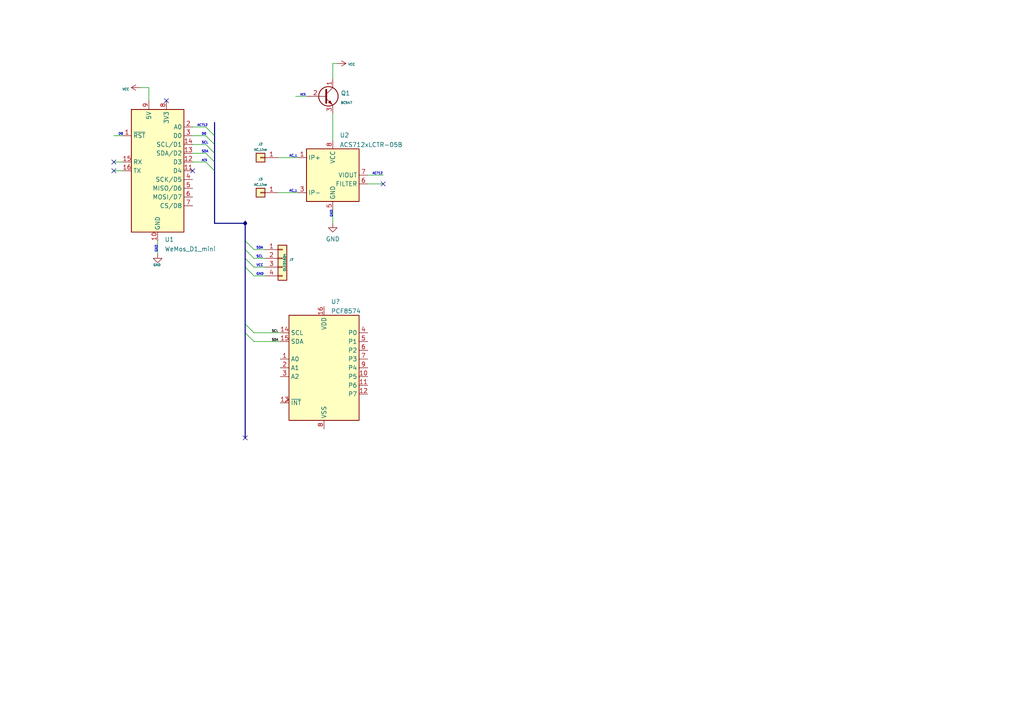
<source format=kicad_sch>
(kicad_sch (version 20211123) (generator eeschema)
  (paper "A4")
  (title_block (title "ACS712 stroom meter") (date "2022-12-06"))
  (lib_symbols
    (symbol "Connector_Generic:Conn_01x01" (pin_names (offset 1.016) hide)
      (property "Reference" "J" (at 0 2.54 0))
      (property "Value" "Conn_01x01" (at 0 -2.54 0))
      (symbol "Conn_01x01_1_1"
        (rectangle (start -1.27 0.127) (end 0 -0.127) (stroke (width 0.1524)))
        (rectangle (start -1.27 1.27) (end 1.27 -1.27) (stroke (width 0.254)) (fill (type background)))
        (pin passive line (at -5.08 0 0) (length 3.81) (name "Pin_1") (number "1"))
      )
    )
    (symbol "Connector_Generic:Conn_01x04" (pin_names (offset 1.016) hide)
      (property "Reference" "J" (at 0 5.08 0))
      (property "Value" "Conn_01x04" (at 0 -7.62 0))
      (symbol "Conn_01x04_1_1"
        (rectangle (start -1.27 -4.953) (end 0 -5.207) (stroke (width 0.1524)))
        (rectangle (start -1.27 -2.413) (end 0 -2.667) (stroke (width 0.1524)))
        (rectangle (start -1.27 0.127) (end 0 -0.127) (stroke (width 0.1524)))
        (rectangle (start -1.27 2.667) (end 0 2.413) (stroke (width 0.1524)))
        (rectangle (start -1.27 3.81) (end 1.27 -6.35) (stroke (width 0.254)) (fill (type background)))
        (pin passive line (at -5.08 2.54 0) (length 3.81) (name "Pin_1") (number "1"))
        (pin passive line (at -5.08 0 0) (length 3.81) (name "Pin_2") (number "2"))
        (pin passive line (at -5.08 -2.54 0) (length 3.81) (name "Pin_3") (number "3"))
        (pin passive line (at -5.08 -5.08 0) (length 3.81) (name "Pin_4") (number "4"))
      )
    )
    (symbol "Interface_Expansion:PCF8574"
      (property "Reference" "U" (at -8.89 16.51 0))
      (property "Value" "PCF8574" (at 2.54 16.51 0))
      (symbol "PCF8574_0_1"
        (rectangle (start -10.16 15.24) (end 10.16 -15.24) (stroke (width 0.254)) (fill (type background)))
      )
      (symbol "PCF8574_1_1"
        (pin input line (at -12.7 2.54 0) (length 2.54) (name "A0") (number "1"))
        (pin bidirectional line (at 12.7 -2.54 180) (length 2.54) (name "P5") (number "10"))
        (pin bidirectional line (at 12.7 -5.08 180) (length 2.54) (name "P6") (number "11"))
        (pin bidirectional line (at 12.7 -7.62 180) (length 2.54) (name "P7") (number "12"))
        (pin open_collector output_low (at -12.7 -10.16 0) (length 2.54) (name "~{INT}") (number "13"))
        (pin input line (at -12.7 10.16 0) (length 2.54) (name "SCL") (number "14"))
        (pin bidirectional line (at -12.7 7.62 0) (length 2.54) (name "SDA") (number "15"))
        (pin power_in line (at 0 17.78 270) (length 2.54) (name "VDD") (number "16"))
        (pin input line (at -12.7 0 0) (length 2.54) (name "A1") (number "2"))
        (pin input line (at -12.7 -2.54 0) (length 2.54) (name "A2") (number "3"))
        (pin bidirectional line (at 12.7 10.16 180) (length 2.54) (name "P0") (number "4"))
        (pin bidirectional line (at 12.7 7.62 180) (length 2.54) (name "P1") (number "5"))
        (pin bidirectional line (at 12.7 5.08 180) (length 2.54) (name "P2") (number "6"))
        (pin bidirectional line (at 12.7 2.54 180) (length 2.54) (name "P3") (number "7"))
        (pin power_in line (at 0 -17.78 90) (length 2.54) (name "VSS") (number "8"))
        (pin bidirectional line (at 12.7 0 180) (length 2.54) (name "P4") (number "9"))
      )
    )
    (symbol "MCU_Module:WeMos_D1_mini"
      (property "Reference" "U" (at 3.81 19.05 0))
      (property "Value" "WeMos_D1_mini" (at 1.27 -19.05 0))
      (symbol "WeMos_D1_mini_1_1"
        (rectangle (start -7.62 17.78) (end 7.62 -17.78) (stroke (width 0.254)) (fill (type background)))
        (pin input line (at -10.16 10.16 0) (length 2.54) (name "~{RST}") (number "1"))
        (pin power_in line (at 0 -20.32 90) (length 2.54) (name "GND") (number "10"))
        (pin bidirectional line (at 10.16 0 180) (length 2.54) (name "D4") (number "11"))
        (pin bidirectional line (at 10.16 2.54 180) (length 2.54) (name "D3") (number "12"))
        (pin bidirectional line (at 10.16 5.08 180) (length 2.54) (name "SDA/D2") (number "13"))
        (pin bidirectional line (at 10.16 7.62 180) (length 2.54) (name "SCL/D1") (number "14"))
        (pin input line (at -10.16 2.54 0) (length 2.54) (name "RX") (number "15"))
        (pin output line (at -10.16 0 0) (length 2.54) (name "TX") (number "16"))
        (pin input line (at 10.16 12.7 180) (length 2.54) (name "A0") (number "2"))
        (pin bidirectional line (at 10.16 10.16 180) (length 2.54) (name "D0") (number "3"))
        (pin bidirectional line (at 10.16 -2.54 180) (length 2.54) (name "SCK/D5") (number "4"))
        (pin bidirectional line (at 10.16 -5.08 180) (length 2.54) (name "MISO/D6") (number "5"))
        (pin bidirectional line (at 10.16 -7.62 180) (length 2.54) (name "MOSI/D7") (number "6"))
        (pin bidirectional line (at 10.16 -10.16 180) (length 2.54) (name "CS/D8") (number "7"))
        (pin power_out line (at 2.54 20.32 270) (length 2.54) (name "3V3") (number "8"))
        (pin power_in line (at -2.54 20.32 270) (length 2.54) (name "5V") (number "9"))
      )
    )
    (symbol "Sensor_Current:ACS712xLCTR-05B"
      (property "Reference" "U" (at 2.54 11.43 0))
      (property "Value" "ACS712xLCTR-05B" (at 2.54 8.89 0))
      (symbol "ACS712xLCTR-05B_0_1"
        (rectangle (start -7.62 7.62) (end 7.62 -7.62) (stroke (width 0.254)) (fill (type background)))
      )
      (symbol "ACS712xLCTR-05B_1_1"
        (pin passive line (at -10.16 5.08 0) (length 2.54) (name "IP+") (number "1"))
        (pin passive line (at -10.16 5.08 0) (length 2.54) hide (name "IP+") (number "2"))
        (pin passive line (at -10.16 -5.08 0) (length 2.54) (name "IP-") (number "3"))
        (pin passive line (at -10.16 -5.08 0) (length 2.54) hide (name "IP-") (number "4"))
        (pin power_in line (at 0 -10.16 90) (length 2.54) (name "GND") (number "5"))
        (pin passive line (at 10.16 -2.54 180) (length 2.54) (name "FILTER") (number "6"))
        (pin output line (at 10.16 0 180) (length 2.54) (name "VIOUT") (number "7"))
        (pin power_in line (at 0 10.16 270) (length 2.54) (name "VCC") (number "8"))
      )
    )
    (symbol "Transistor_BJT:BC547" (pin_names (offset 0) hide)
      (property "Reference" "Q" (at 5.08 1.905 0))
      (property "Value" "BC547" (at 5.08 0 0))
      (symbol "BC547_0_1"
        (polyline (pts (xy 0 0) (xy 0.635 0)))
        (polyline (pts (xy 0.635 0.635) (xy 2.54 2.54)))
        (polyline (pts (xy 0.635 -0.635) (xy 2.54 -2.54) (xy 2.54 -2.54)))
        (polyline (pts (xy 0.635 1.905) (xy 0.635 -1.905) (xy 0.635 -1.905)) (stroke (width 0.508)))
        (polyline (pts (xy 1.27 -1.778) (xy 1.778 -1.27) (xy 2.286 -2.286) (xy 1.27 -1.778) (xy 1.27 -1.778)) (fill (type outline)))
        (circle (center 1.27 0) (radius 2.8194) (stroke (width 0.254)))
      )
      (symbol "BC547_1_1"
        (pin passive line (at 2.54 5.08 270) (length 2.54) (name "C") (number "1"))
        (pin input line (at -5.08 0 0) (length 5.08) (name "B") (number "2"))
        (pin passive line (at 2.54 -5.08 90) (length 2.54) (name "E") (number "3"))
      )
    )
    (symbol "power:GND" (power) (pin_names (offset 0))
      (property "Value" "GND" (at 0 -3.81 0))
      (symbol "GND_0_1"
        (polyline (pts (xy 0 0) (xy 0 -1.27) (xy 1.27 -1.27) (xy 0 -2.54) (xy -1.27 -1.27) (xy 0 -1.27)))
      )
      (symbol "GND_1_1"
        (pin power_in line (at 0 0 270) (length 0) hide (name "GND") (number "1"))
      )
    )
    (symbol "power:VCC" (power) (pin_names (offset 0))
      (property "Value" "VCC" (at 0 3.81 0))
      (symbol "VCC_0_1"
        (polyline (pts (xy -0.762 1.27) (xy 0 2.54)))
        (polyline (pts (xy 0 0) (xy 0 2.54)))
        (polyline (pts (xy 0 2.54) (xy 0.762 1.27)))
      )
      (symbol "VCC_1_1"
        (pin power_in line (at 0 0 90) (length 0) hide (name "VCC") (number "1"))
      )
    )
  )
  (junction (at 71.12 64.77))
  (no_connect (at 33.02 49.53))
  (no_connect (at 33.02 46.99))
  (no_connect (at 55.88 49.53))
  (no_connect (at 71.12 127))
  (no_connect (at 48.26 29.21))
  (no_connect (at 111.125 53.34))
  (bus_entry (at 59.69 44.45) (size 2.54 2.54))
  (bus_entry (at 59.69 41.91) (size 2.54 2.54))
  (bus_entry (at 71.12 93.98) (size 2.54 2.54))
  (bus_entry (at 59.69 36.83) (size 2.54 2.54))
  (bus_entry (at 71.12 96.52) (size 2.54 2.54))
  (bus_entry (at 59.69 46.99) (size 2.54 2.54))
  (bus_entry (at 59.69 39.37) (size 2.54 2.54))
  (bus_entry (at 71.12 77.47) (size 2.54 2.54))
  (bus_entry (at 71.12 74.93) (size 2.54 2.54))
  (bus_entry (at 71.12 69.85) (size 2.54 2.54))
  (bus_entry (at 71.12 72.39) (size 2.54 2.54))
  (wire (pts (xy 85.725 27.94) (xy 88.9 27.94)))
  (wire (pts (xy 80.645 55.88) (xy 86.36 55.88)))
  (bus (pts (xy 62.23 64.77) (xy 71.12 64.77)))
  (bus (pts (xy 62.23 49.53) (xy 62.23 64.77)))
  (wire (pts (xy 40.64 25.4) (xy 43.18 25.4)))
  (wire (pts (xy 45.72 69.85) (xy 45.72 73.66)))
  (wire (pts (xy 73.66 99.06) (xy 81.28 99.06)))
  (bus (pts (xy 62.23 41.91) (xy 62.23 44.45)))
  (wire (pts (xy 73.66 74.93) (xy 76.835 74.93)))
  (wire (pts (xy 96.52 60.96) (xy 96.52 64.77)))
  (bus (pts (xy 71.12 69.85) (xy 71.12 72.39)))
  (bus (pts (xy 71.12 64.135) (xy 71.12 64.77)))
  (bus (pts (xy 62.23 39.37) (xy 62.23 41.91)))
  (wire (pts (xy 73.66 80.01) (xy 76.835 80.01)))
  (bus (pts (xy 71.12 96.52) (xy 71.12 127)))
  (wire (pts (xy 73.66 72.39) (xy 76.835 72.39)))
  (bus (pts (xy 71.12 74.93) (xy 71.12 77.47)))
  (wire (pts (xy 55.88 36.83) (xy 59.69 36.83)))
  (wire (pts (xy 106.68 53.34) (xy 111.125 53.34)))
  (bus (pts (xy 71.12 77.47) (xy 71.12 93.98)))
  (bus (pts (xy 71.12 64.77) (xy 71.12 69.85)))
  (wire (pts (xy 33.02 49.53) (xy 35.56 49.53)))
  (bus (pts (xy 62.23 44.45) (xy 62.23 46.99)))
  (wire (pts (xy 80.645 45.72) (xy 86.36 45.72)))
  (bus (pts (xy 71.12 93.98) (xy 71.12 96.52)))
  (wire (pts (xy 73.66 96.52) (xy 81.28 96.52)))
  (wire (pts (xy 33.02 46.99) (xy 35.56 46.99)))
  (wire (pts (xy 33.02 39.37) (xy 35.56 39.37)))
  (wire (pts (xy 96.52 22.86) (xy 96.52 18.415)))
  (wire (pts (xy 73.66 77.47) (xy 76.835 77.47)))
  (wire (pts (xy 96.52 40.64) (xy 96.52 33.02)))
  (bus (pts (xy 62.23 35.56) (xy 62.23 39.37)))
  (wire (pts (xy 96.52 18.415) (xy 97.79 18.415)))
  (wire (pts (xy 55.88 41.91) (xy 59.69 41.91)))
  (wire (pts (xy 106.68 50.8) (xy 111.125 50.8)))
  (wire (pts (xy 55.88 39.37) (xy 59.69 39.37)))
  (wire (pts (xy 55.88 46.99) (xy 59.69 46.99)))
  (bus (pts (xy 62.23 46.99) (xy 62.23 49.53)))
  (bus (pts (xy 71.12 72.39) (xy 71.12 74.93)))
  (wire (pts (xy 43.18 29.21) (xy 43.18 25.4)))
  (wire (pts (xy 55.88 44.45) (xy 59.69 44.45)))
  (text "GND" (at 74.295 80.01 0) (effects (font (size 0.67 0.67)) (justify left bottom)))
  (text "SCL" (at 74.295 74.93 0) (effects (font (size 0.67 0.67)) (justify left bottom)))
  (text "D0" (at 34.29 39.37 0) (effects (font (size 0.67 0.67)) (justify left bottom)))
  (text "D0" (at 58.42 39.37 0) (effects (font (size 0.67 0.67)) (justify left bottom)))
  (text "SDA" (at 58.42 44.45 0) (effects (font (size 0.67 0.67)) (justify left bottom)))
  (text "VCC" (at 74.295 77.47 0) (effects (font (size 0.67 0.67)) (justify left bottom)))
  (text "ACS" (at 86.995 27.94 0) (effects (font (size 0.55 0.55)) (justify left bottom)))
  (text "SCL" (at 58.42 41.91 0) (effects (font (size 0.67 0.67)) (justify left bottom)))
  (text "AC712" (at 57.15 36.83 0) (effects (font (size 0.62 0.62)) (justify left bottom)))
  (text "GND" (at 96.52 60.96 270) (effects (font (size 0.67 0.67)) (justify right bottom)))
  (text "GND" (at 45.72 71.12 270) (effects (font (size 0.67 0.67)) (justify right bottom)))
  (text "AC_L" (at 83.82 45.72 0) (effects (font (size 0.67 0.67)) (justify left bottom)))
  (text "AC712" (at 107.95 50.8 0) (effects (font (size 0.62 0.62)) (justify left bottom)))
  (text "ACS" (at 58.42 46.99 0) (effects (font (size 0.55 0.55)) (justify left bottom)))
  (text "SDA" (at 74.295 72.39 0) (effects (font (size 0.67 0.67)) (justify left bottom)))
  (text "AC_L" (at 83.82 55.88 0) (effects (font (size 0.67 0.67)) (justify left bottom)))
  (label "SCL" (at 78.74 96.52 0) (effects (font (size 0.66 0.66))))
  (label "SDA" (at 78.74 99.06 0) (effects (font (size 0.66 0.66))))
  (symbol (lib_id "Sensor_Current:ACS712xLCTR-05B") (at 96.52 50.8 0) (unit 1)
    (property "Reference" "U2" (at 98.5394 39.2135 0) (effects (justify left)))
    (property "Value" "ACS712xLCTR-05B" (at 98.5394 41.9886 0) (effects (justify left)))
    (property "Footprint" "Package_SO:SOIC-8_3.9x4.9mm_P1.27mm" (effects hide))
    (property "Datasheet" "http://www.allegromicro.com/~/media/Files/Datasheets/ACS712-Datasheet.ashx?la=en" (effects hide))
  )
  (symbol (lib_id "power:GND") (at 96.52 64.77 0) (unit 1)
    (property "Reference" "#PWR0103" (effects hide))
    (property "Value" "GND" (at 96.52 69.3325 0))
  )
  (symbol (lib_id "power:GND") (at 45.72 73.66 0) (unit 1)
    (property "Reference" "#PWR0101" (effects hide))
    (property "Value" "GND" (at 44.45 76.835 0) (effects (font (size 0.67 0.67)) (justify left)))
  )
  (symbol (lib_id "power:VCC") (at 97.79 18.415 270) (unit 1)
    (property "Reference" "#PWR0102" (effects hide))
    (property "Value" "VCC" (at 100.965 18.6677 90) (effects (font (size 0.67 0.67)) (justify left)))
  )
  (symbol (lib_id "Transistor_BJT:BC547") (at 93.98 27.94 0) (unit 1)
    (property "Reference" "Q1" (at 98.8314 27.0315 0) (effects (justify left)))
    (property "Value" "BC547" (at 98.8314 29.8066 0) (effects (font (size 0.67 0.67)) (justify left)))
    (property "Footprint" "Package_TO_SOT_THT:TO-92_Inline" (effects hide))
    (property "Datasheet" "https://www.onsemi.com/pub/Collateral/BC550-D.pdf" (effects hide))
  )
  (symbol (lib_id "Connector_Generic:Conn_01x01") (at 75.565 55.88 180) (unit 1)
    (property "Reference" "J3" (at 75.565 51.9774 0) (effects (font (size 0.67 0.67))))
    (property "Value" "AC_Live" (at 75.565 53.5615 0) (effects (font (size 0.67 0.67))))
  )
  (symbol (lib_id "MCU_Module:WeMos_D1_mini") (at 45.72 49.53 0) (unit 1)
    (property "Reference" "U1" (at 47.7394 69.4595 0) (effects (justify left)))
    (property "Value" "WeMos_D1_mini" (at 47.7394 72.2346 0) (effects (justify left)))
    (property "Footprint" "Module:WEMOS_D1_mini_light" (effects hide))
    (property "Datasheet" "https://wiki.wemos.cc/products:d1:d1_mini#documentation" (effects hide))
  )
  (symbol (lib_id "power:VCC") (at 40.64 25.4 90) (unit 1)
    (property "Reference" "#PWR0104" (effects hide))
    (property "Value" "VCC" (at 37.465 25.879 90) (effects (font (size 0.66 0.66)) (justify left)))
  )
  (symbol (lib_id "Connector_Generic:Conn_01x01") (at 75.565 45.72 180) (unit 1)
    (property "Reference" "J2" (at 75.565 41.8174 0) (effects (font (size 0.67 0.67))))
    (property "Value" "AC_Live" (at 75.565 43.4015 0) (effects (font (size 0.67 0.67))))
  )
  (symbol (lib_id "Interface_Expansion:PCF8574") (at 93.98 106.68 0) (unit 1)
    (property "Reference" "U?" (at 95.9994 87.4735 0) (effects (justify left)))
    (property "Value" "PCF8574" (at 95.9994 90.2486 0) (effects (justify left)))
    (property "Datasheet" "http://www.nxp.com/documents/data_sheet/PCF8574_PCF8574A.pdf" (effects hide))
  )
  (symbol (lib_id "Connector_Generic:Conn_01x04") (at 81.915 74.93 0) (unit 1)
    (property "Reference" "J?" (at 83.947 75.2915 0) (effects (font (size 0.67 0.67)) (justify left)))
    (property "Value" "OLED1604" (at 82.55 78.74 90) (effects (font (size 0.67 0.67)) (justify left)))
  )
)
</source>
